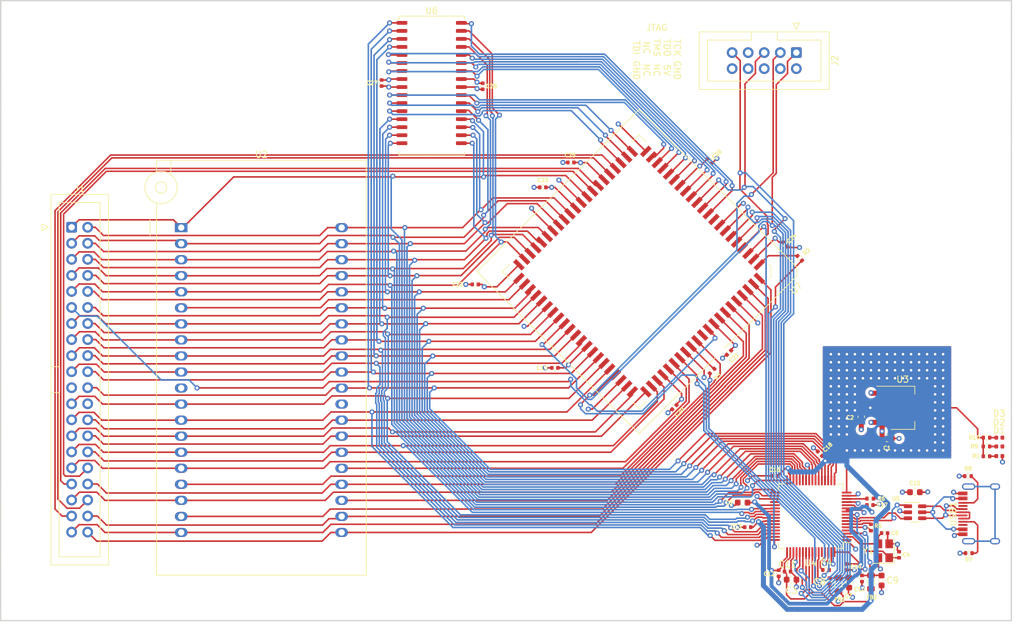
<source format=kicad_pcb>
(kicad_pcb (version 20211014) (generator pcbnew)

  (general
    (thickness 4.69)
  )

  (paper "A4")
  (layers
    (0 "F.Cu" signal)
    (1 "In1.Cu" signal)
    (2 "In2.Cu" signal)
    (31 "B.Cu" signal)
    (32 "B.Adhes" user "B.Adhesive")
    (33 "F.Adhes" user "F.Adhesive")
    (34 "B.Paste" user)
    (35 "F.Paste" user)
    (36 "B.SilkS" user "B.Silkscreen")
    (37 "F.SilkS" user "F.Silkscreen")
    (38 "B.Mask" user)
    (39 "F.Mask" user)
    (40 "Dwgs.User" user "User.Drawings")
    (41 "Cmts.User" user "User.Comments")
    (42 "Eco1.User" user "User.Eco1")
    (43 "Eco2.User" user "User.Eco2")
    (44 "Edge.Cuts" user)
    (45 "Margin" user)
    (46 "B.CrtYd" user "B.Courtyard")
    (47 "F.CrtYd" user "F.Courtyard")
    (48 "B.Fab" user)
    (49 "F.Fab" user)
    (50 "User.1" user)
    (51 "User.2" user)
    (52 "User.3" user)
    (53 "User.4" user)
    (54 "User.5" user)
    (55 "User.6" user)
    (56 "User.7" user)
    (57 "User.8" user)
    (58 "User.9" user)
  )

  (setup
    (stackup
      (layer "F.SilkS" (type "Top Silk Screen"))
      (layer "F.Paste" (type "Top Solder Paste"))
      (layer "F.Mask" (type "Top Solder Mask") (thickness 0.01))
      (layer "F.Cu" (type "copper") (thickness 0.035))
      (layer "dielectric 1" (type "core") (thickness 1.51) (material "FR4") (epsilon_r 4.5) (loss_tangent 0.02))
      (layer "In1.Cu" (type "copper") (thickness 0.035))
      (layer "dielectric 2" (type "prepreg") (thickness 1.51) (material "FR4") (epsilon_r 4.5) (loss_tangent 0.02))
      (layer "In2.Cu" (type "copper") (thickness 0.035))
      (layer "dielectric 3" (type "core") (thickness 1.51) (material "FR4") (epsilon_r 4.5) (loss_tangent 0.02))
      (layer "B.Cu" (type "copper") (thickness 0.035))
      (layer "B.Mask" (type "Bottom Solder Mask") (thickness 0.01))
      (layer "B.Paste" (type "Bottom Solder Paste"))
      (layer "B.SilkS" (type "Bottom Silk Screen"))
      (copper_finish "None")
      (dielectric_constraints no)
    )
    (pad_to_mask_clearance 0)
    (grid_origin 189.738 99.822)
    (pcbplotparams
      (layerselection 0x00010fc_ffffffff)
      (disableapertmacros false)
      (usegerberextensions false)
      (usegerberattributes true)
      (usegerberadvancedattributes true)
      (creategerberjobfile true)
      (svguseinch false)
      (svgprecision 6)
      (excludeedgelayer true)
      (plotframeref false)
      (viasonmask false)
      (mode 1)
      (useauxorigin false)
      (hpglpennumber 1)
      (hpglpenspeed 20)
      (hpglpendiameter 15.000000)
      (dxfpolygonmode true)
      (dxfimperialunits true)
      (dxfusepcbnewfont true)
      (psnegative false)
      (psa4output false)
      (plotreference true)
      (plotvalue true)
      (plotinvisibletext false)
      (sketchpadsonfab false)
      (subtractmaskfromsilk false)
      (outputformat 1)
      (mirror false)
      (drillshape 1)
      (scaleselection 1)
      (outputdirectory "")
    )
  )

  (net 0 "")
  (net 1 "GND")
  (net 2 "+3V3")
  (net 3 "/OSCI")
  (net 4 "/OSCO")
  (net 5 "Net-(C7-Pad1)")
  (net 6 "Net-(C10-Pad1)")
  (net 7 "Net-(D1-Pad2)")
  (net 8 "/FT_nRXLED")
  (net 9 "Net-(D2-Pad2)")
  (net 10 "/FT_nTXLED")
  (net 11 "Net-(D3-Pad2)")
  (net 12 "Net-(R2-Pad1)")
  (net 13 "Net-(R3-Pad1)")
  (net 14 "/EE_CLK")
  (net 15 "Net-(R4-Pad1)")
  (net 16 "Net-(R5-Pad1)")
  (net 17 "Net-(R6-Pad1)")
  (net 18 "Net-(R7-Pad2)")
  (net 19 "Net-(R8-Pad2)")
  (net 20 "/A11")
  (net 21 "/A12")
  (net 22 "/A13")
  (net 23 "/A14")
  (net 24 "/A15")
  (net 25 "/A0")
  (net 26 "/A1")
  (net 27 "/A2")
  (net 28 "/A3")
  (net 29 "/A4")
  (net 30 "/A5")
  (net 31 "/A6")
  (net 32 "/A7")
  (net 33 "/A8")
  (net 34 "/A9")
  (net 35 "/A10")
  (net 36 "/D4")
  (net 37 "/D3")
  (net 38 "/D5")
  (net 39 "/D6")
  (net 40 "/D2")
  (net 41 "/D7")
  (net 42 "/D0")
  (net 43 "/D1")
  (net 44 "USB_DM")
  (net 45 "USB_DP")
  (net 46 "unconnected-(U4-Pad36)")
  (net 47 "unconnected-(U4-Pad60)")
  (net 48 "Net-(U5-Pad4)")
  (net 49 "Net-(F1-Pad2)")
  (net 50 "Net-(U5-Pad6)")
  (net 51 "+5V")
  (net 52 "/~{Z_CLK_1}")
  (net 53 "/~{Z_NMI_1}")
  (net 54 "/~{Z_MREQ_1}")
  (net 55 "/~{Z_BUSACK_1}")
  (net 56 "/~{Z_BUSRQ_1}")
  (net 57 "/~{Z_CLK_2}")
  (net 58 "/~{Z_NMI_2}")
  (net 59 "/~{Z_MREQ_2}")
  (net 60 "/~{Z_BUSACK_2}")
  (net 61 "/~{Z_BUSRQ_2}")
  (net 62 "/MD0")
  (net 63 "/MD1")
  (net 64 "/MD2")
  (net 65 "/MD3")
  (net 66 "/MD4")
  (net 67 "/MD5")
  (net 68 "/MD6")
  (net 69 "/MD7")
  (net 70 "/A16")
  (net 71 "unconnected-(USB1-Pad3)")
  (net 72 "unconnected-(USB1-Pad9)")
  (net 73 "unconnected-(USB1-Pad13)")
  (net 74 "/~{INT}")
  (net 75 "/~{HALT}")
  (net 76 "/~{IORQ}")
  (net 77 "/~{RD}")
  (net 78 "/~{WR}")
  (net 79 "/~{WAIT}")
  (net 80 "/~{RESET}")
  (net 81 "/~{M1}")
  (net 82 "/~{RFSH}")
  (net 83 "+1V8")
  (net 84 "unconnected-(U7-Pad1)")
  (net 85 "/~{M_CE}")
  (net 86 "/~{M_WE}")
  (net 87 "/~{M_OE}")
  (net 88 "/EE_CS")
  (net 89 "/EE_DATA")
  (net 90 "/TDI")
  (net 91 "/TMS")
  (net 92 "/TCK")
  (net 93 "/TDO")
  (net 94 "unconnected-(J2-Pad6)")
  (net 95 "unconnected-(J2-Pad7)")
  (net 96 "unconnected-(J2-Pad8)")
  (net 97 "/DA2")
  (net 98 "/DA1")
  (net 99 "/DA0")
  (net 100 "/CLK2")
  (net 101 "/DA3")

  (footprint "Resistor_SMD:R_0402_1005Metric" (layer "F.Cu") (at 215.646 127.635))

  (footprint "Capacitor_SMD:C_0402_1005Metric" (layer "F.Cu") (at 209.55 127.889))

  (footprint "LED_SMD:LED_0402_1005Metric" (layer "F.Cu") (at 243.078 109.601 180))

  (footprint "Connector_IDC:IDC-Header_2x20_P2.54mm_Vertical" (layer "F.Cu") (at 96.225 73.375))

  (footprint "Capacitor_SMD:C_0603_1608Metric" (layer "F.Cu") (at 202.438 116.967 180))

  (footprint "Resistor_SMD:R_0402_1005Metric" (layer "F.Cu") (at 238.125 112.776))

  (footprint "Connector_IDC:IDC-Header_2x05_P2.54mm_Vertical" (layer "F.Cu") (at 210.947 45.7295 -90))

  (footprint "Capacitor_SMD:C_0402_1005Metric" (layer "F.Cu") (at 227.203 125.222 90))

  (footprint "Package_TO_SOT_SMD:SOT-223-3_TabPin2" (layer "F.Cu") (at 227.7872 101.9556))

  (footprint "Capacitor_SMD:C_0402_1005Metric" (layer "F.Cu") (at 197.231 62.865 -45))

  (footprint "Capacitor_SMD:C_0402_1005Metric" (layer "F.Cu") (at 214.6808 109.22 135))

  (footprint "Capacitor_SMD:C_0402_1005Metric" (layer "F.Cu") (at 207.5688 112.7252 180))

  (footprint "Capacitor_SMD:C_0603_1608Metric" (layer "F.Cu") (at 224.4344 129.286 -90))

  (footprint "Capacitor_SMD:C_0603_1608Metric" (layer "F.Cu") (at 219.3036 129.6416 -90))

  (footprint "Capacitor_SMD:C_0402_1005Metric" (layer "F.Cu") (at 160.119 82.423 180))

  (footprint "Inductor_SMD:L_0805_2012Metric" (layer "F.Cu") (at 217.6272 129.9464 -90))

  (footprint "Resistor_SMD:R_0402_1005Metric" (layer "F.Cu") (at 211.4804 78.2828 135))

  (footprint "Z80ICE:SOJ-32_10.16x23.49mm_P1.27mm" (layer "F.Cu") (at 153.2128 51.816))

  (footprint "Package_QFP:LQFP-64_10x10mm_P0.5mm" (layer "F.Cu") (at 213.233 119.126 180))

  (footprint "Capacitor_SMD:C_0402_1005Metric" (layer "F.Cu") (at 208.153 128.143 -90))

  (footprint "Capacitor_SMD:C_0402_1005Metric" (layer "F.Cu") (at 224.917 121.793))

  (footprint "Socket:DIP_Socket-40_W22.1_W22.86_W25.4_W27.94_W28.7_3M_240-3639-00-0602J" (layer "F.Cu") (at 113.569 73.43))

  (footprint "LED_SMD:LED_0402_1005Metric" (layer "F.Cu") (at 243.078 106.68 180))

  (footprint "Capacitor_SMD:C_0402_1005Metric" (layer "F.Cu") (at 170.815 67.056 180))

  (footprint "Capacitor_SMD:C_0402_1005Metric" (layer "F.Cu") (at 221.3356 128.9812 -90))

  (footprint "Inductor_SMD:L_0805_2012Metric" (layer "F.Cu") (at 222.758 129.54 90))

  (footprint "Capacitor_SMD:C_0402_1005Metric" (layer "F.Cu") (at 172.72 95.631 180))

  (footprint "Capacitor_SMD:C_0402_1005Metric" (layer "F.Cu") (at 175.26 63.119 180))

  (footprint "Resistor_SMD:R_0402_1005Metric" (layer "F.Cu") (at 241.046 109.6264 180))

  (footprint "Capacitor_SMD:C_0402_1005Metric" (layer "F.Cu") (at 222.6056 117.348))

  (footprint "Package_TO_SOT_SMD:SOT-23-6" (layer "F.Cu") (at 229.743 118.491))

  (footprint "Capacitor_SMD:C_0402_1005Metric" (layer "F.Cu") (at 203.2508 120.8532 180))

  (footprint "LED_SMD:LED_0402_1005Metric" (layer "F.Cu") (at 243.078 108.077 180))

  (footprint "Resistor_SMD:R_0402_1005Metric" (layer "F.Cu") (at 222.758 120.904 -90))

  (footprint "Resistor_SMD:R_0402_1005Metric" (layer "F.Cu") (at 241.046 106.68))

  (footprint "Capacitor_SMD:C_0402_1005Metric" (layer "F.Cu") (at 216.2048 129.3876 -90))

  (footprint "Capacitor_SMD:C_0603_1608Metric" (layer "F.Cu") (at 229.7176 115.316))

  (footprint "Resistor_SMD:R_0402_1005Metric" (layer "F.Cu") (at 197.612 96.139 45))

  (footprint "Resistor_SMD:R_0402_1005Metric" (layer "F.Cu") (at 238.252 124.968))

  (footprint "Capacitor_SMD:C_0402_1005Metric" (layer "F.Cu") (at 191.643 101.854 -135))

  (footprint "Capacitor_SMD:C_0402_1005Metric" (layer "F.Cu") (at 161.29 51.054 90))

  (footprint "Capacitor_SMD:C_0402_1005Metric" (layer "F.Cu") (at 218.948 127.1524 -90))

  (footprint "Capacitor_SMD:C_0603_1608Metric" (layer "F.Cu") (at 225.298 106.807))

  (footprint "Capacitor_SMD:C_0402_1005Metric" (layer "F.Cu") (at 145.288 50.546 -90))

  (footprint "sm6uax:HRO-TYPE-C-31-M-12" (layer "F.Cu") (at 245.004 118.745 90))

  (footprint "Crystal:Crystal_SMD_3225-4Pin_3.2x2.5mm" (layer "F.Cu")
    (tedit 5A0FD1B2) (tstamp d902308d-cb57-4333-83d8-6bc757e90a29)
    (at 224.79 124.587 90)
    (descr "SMD Crystal SERIES SMD3225/4 http://www.txccrystal.com/images/pdf/7m-accuracy.pdf, 3.2x2.5mm^2 package")
    (tags "SMD SMT crystal")
    (property "LCSC #" "C93114")
    (property "Mfr #" "7M12000044")
    (property "Sheetfile" "Z80ICE.kicad_sch")
    (property "Sheetname" "")
    (path "/82c18ee2-61a6-4dc4-9b18-2abfdbe5131d")
    (attr smd)
    (fp_text reference "Y1" (at 0 -2.45 180) (layer "F.SilkS")
      (effects (font (size 1 1) (thickness 0.15)))
      (tstamp bf4f8dac-b48f-4838-8a73-df6ee36d77e0)
    )
    (fp_text value "7M12000044" (at 0 2.45 90) (layer "F.Fab")
      (effects (font (size 1 1) (thickness 0.15)))
      (tstamp c2b31532-4ae8-42ed-9e4e-0e9662ec928d)
    )
    (fp_text user "${REFERENCE}" (at 0 0 90) (layer "F.Fab")
      (effects (font (size 0.7 0.7) (thickness 0.105)))
      (tstamp 81fc3eef-e2ad-48dc-8852-1f9c76a07cdf)
    )
    (fp_line (start -2 1.65) (end 2 1.65) (layer "F.SilkS") (width 0.12) (tstamp 064219f9-db7c-4e87-8540-2305ef6b0712))
    (fp_line (start -2 -1.65) (end -2 1.65) (layer "F.SilkS") (width 0.12) (tstamp 34721e21-49d1-4284-9889-d4a44c593345))
    (fp_line (start 2.1 1.7) (end 2.1 -1.7) (layer "F.CrtYd") (width 0.05) (tstamp 60e3ea52-7e03-4474-ab77-af26d775a232))
    (fp_line (start -2.1 -1.7) (end -2.1 1.7) (layer "F.CrtYd") (width 0.05) (tstamp 743a47d6-071c-4860-b860-9206b039fd14))
    (fp_line (start 2.1 -1.7) (end -2.1 -1.7) (layer "F.CrtYd") (width 0.05) (tstamp 87078d60-2d56-4833-bce8-903d8a6b1766))
    (fp_line (start -2.1 1.7) (end 2.1 1.7) (layer "F.CrtYd") (width 0.05) (tstamp eed4c13f-4c29-42c7-8225-7d0add03f56a))
    (fp_line (start -1.6 -1.25) (end -1.6 1.25) (layer "F.Fab") (width 0.1) (tstamp 0d963922-52e1-42ee-8dfb-00d8a168217b))
    (fp_line (start 1.6 -1.25) (end -1.6 -1.25) (layer "F.Fab") (width 0.1) (tstamp 40a47f5a-ad43-4992-ac6d-745eca62c64d))
    (fp_line (start -1.6 0.25) (end -0.6 1.25) (layer "F.Fab") (width 0.1) (tstamp 653cc1be-c830-4415-b7d0-a14eb31ec6fe))
    (fp_line (start -1.6 1.25) (end 1.6 1.25) (layer "F.Fab") (width 0.1) (tstamp cebca710-cae2-4583-8533-c213da2bc556))
    (fp_line (start 1.6 1.25) (end 1.6 -1.25) (layer "F.Fab") (width 0.1) (tstamp d0f95b74-b905-41da-9d04-e5c984c6b40c))
    (pad "1" smd rect (at -1.1 0.85 90) (size 1.4 1.2) (layers "F.Cu" "F.Paste" "F.Mask")
      (net 3 "/OSCI") (pinfunction "1") (pintype "passive") (tstamp 530caa4b-e63f-4b33-9324-228d836703e7))
    (pad "2" smd rect (at 1.1 0.85 90) (size 1.4 1.2) (layers "F.Cu" "
... [1650175 chars truncated]
</source>
